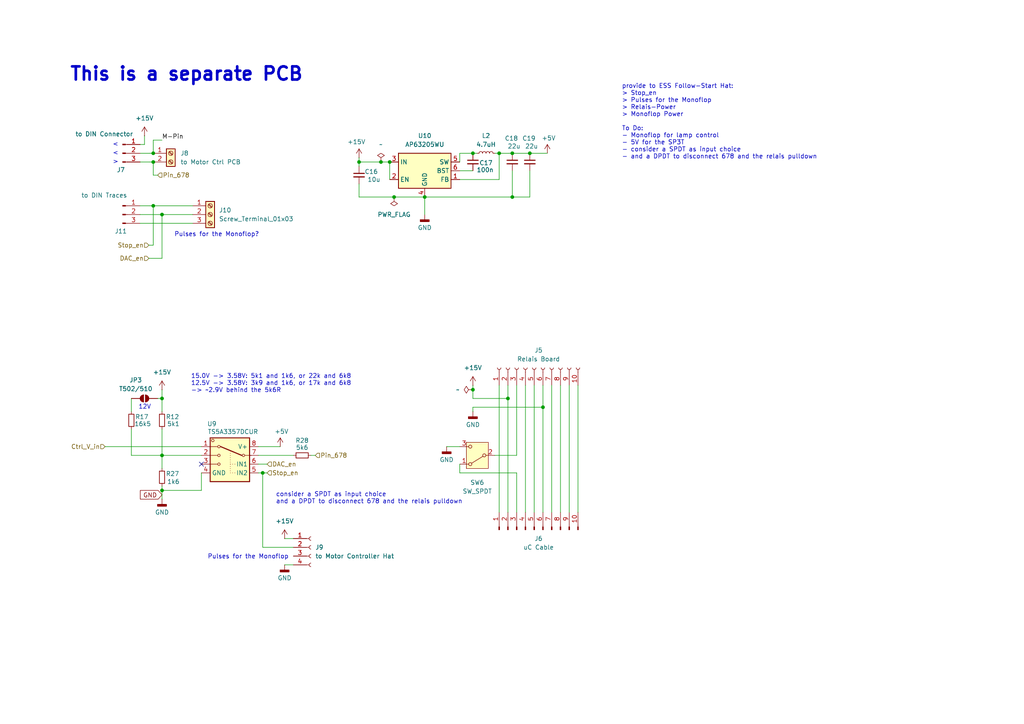
<source format=kicad_sch>
(kicad_sch (version 20231120) (generator "eeschema") (generator_version "8.0")
  (paper "A4")
  (lib_symbols
    (symbol "Connector:Conn_01x03_Pin" (pin_names (offset 1.016) hide)
      (property "Reference" "J" (at 0 5.08 0))
      (property "Value" "Conn_01x03_Pin" (at 0 -5.08 0))
      (symbol "Conn_01x03_Pin_1_1"
        (polyline (pts (xy 1.27 -2.54) (xy 0.8636 -2.54)) (stroke (width 0.1524)))
        (polyline (pts (xy 1.27 0) (xy 0.8636 0)) (stroke (width 0.1524)))
        (polyline (pts (xy 1.27 2.54) (xy 0.8636 2.54)) (stroke (width 0.1524)))
        (rectangle (start 0.8636 -2.413) (end 0 -2.667) (stroke (width 0.1524)) (fill (type outline)))
        (rectangle (start 0.8636 0.127) (end 0 -0.127) (stroke (width 0.1524)) (fill (type outline)))
        (rectangle (start 0.8636 2.667) (end 0 2.413) (stroke (width 0.1524)) (fill (type outline)))
        (pin passive line (at 5.08 2.54 180) (length 3.81) (name "Pin_1") (number "1"))
        (pin passive line (at 5.08 0 180) (length 3.81) (name "Pin_2") (number "2"))
        (pin passive line (at 5.08 -2.54 180) (length 3.81) (name "Pin_3") (number "3"))
      )
    )
    (symbol "Connector:Conn_01x04_Socket" (pin_names (offset 1.016) hide)
      (property "Reference" "J" (at 0 5.08 0))
      (property "Value" "Conn_01x04_Socket" (at 0 -7.62 0))
      (symbol "Conn_01x04_Socket_1_1"
        (arc (start 0 -4.572) (mid -0.5058 -5.08) (end 0 -5.588) (stroke (width 0.1524)))
        (arc (start 0 -2.032) (mid -0.5058 -2.54) (end 0 -3.048) (stroke (width 0.1524)))
        (polyline (pts (xy -1.27 -5.08) (xy -0.508 -5.08)) (stroke (width 0.1524)))
        (polyline (pts (xy -1.27 -2.54) (xy -0.508 -2.54)) (stroke (width 0.1524)))
        (polyline (pts (xy -1.27 0) (xy -0.508 0)) (stroke (width 0.1524)))
        (polyline (pts (xy -1.27 2.54) (xy -0.508 2.54)) (stroke (width 0.1524)))
        (arc (start 0 0.508) (mid -0.5058 0) (end 0 -0.508) (stroke (width 0.1524)))
        (arc (start 0 3.048) (mid -0.5058 2.54) (end 0 2.032) (stroke (width 0.1524)))
        (pin passive line (at -5.08 2.54 0) (length 3.81) (name "Pin_1") (number "1"))
        (pin passive line (at -5.08 0 0) (length 3.81) (name "Pin_2") (number "2"))
        (pin passive line (at -5.08 -2.54 0) (length 3.81) (name "Pin_3") (number "3"))
        (pin passive line (at -5.08 -5.08 0) (length 3.81) (name "Pin_4") (number "4"))
      )
    )
    (symbol "Connector:Conn_01x10_Pin" (pin_names (offset 1.016) hide)
      (property "Reference" "J" (at 0 12.7 0))
      (property "Value" "Conn_01x10_Pin" (at 0 -15.24 0))
      (symbol "Conn_01x10_Pin_1_1"
        (polyline (pts (xy 1.27 -12.7) (xy 0.8636 -12.7)) (stroke (width 0.1524)))
        (polyline (pts (xy 1.27 -10.16) (xy 0.8636 -10.16)) (stroke (width 0.1524)))
        (polyline (pts (xy 1.27 -7.62) (xy 0.8636 -7.62)) (stroke (width 0.1524)))
        (polyline (pts (xy 1.27 -5.08) (xy 0.8636 -5.08)) (stroke (width 0.1524)))
        (polyline (pts (xy 1.27 -2.54) (xy 0.8636 -2.54)) (stroke (width 0.1524)))
        (polyline (pts (xy 1.27 0) (xy 0.8636 0)) (stroke (width 0.1524)))
        (polyline (pts (xy 1.27 2.54) (xy 0.8636 2.54)) (stroke (width 0.1524)))
        (polyline (pts (xy 1.27 5.08) (xy 0.8636 5.08)) (stroke (width 0.1524)))
        (polyline (pts (xy 1.27 7.62) (xy 0.8636 7.62)) (stroke (width 0.1524)))
        (polyline (pts (xy 1.27 10.16) (xy 0.8636 10.16)) (stroke (width 0.1524)))
        (rectangle (start 0.8636 -12.573) (end 0 -12.827) (stroke (width 0.1524)) (fill (type outline)))
        (rectangle (start 0.8636 -10.033) (end 0 -10.287) (stroke (width 0.1524)) (fill (type outline)))
        (rectangle (start 0.8636 -7.493) (end 0 -7.747) (stroke (width 0.1524)) (fill (type outline)))
        (rectangle (start 0.8636 -4.953) (end 0 -5.207) (stroke (width 0.1524)) (fill (type outline)))
        (rectangle (start 0.8636 -2.413) (end 0 -2.667) (stroke (width 0.1524)) (fill (type outline)))
        (rectangle (start 0.8636 0.127) (end 0 -0.127) (stroke (width 0.1524)) (fill (type outline)))
        (rectangle (start 0.8636 2.667) (end 0 2.413) (stroke (width 0.1524)) (fill (type outline)))
        (rectangle (start 0.8636 5.207) (end 0 4.953) (stroke (width 0.1524)) (fill (type outline)))
        (rectangle (start 0.8636 7.747) (end 0 7.493) (stroke (width 0.1524)) (fill (type outline)))
        (rectangle (start 0.8636 10.287) (end 0 10.033) (stroke (width 0.1524)) (fill (type outline)))
        (pin passive line (at 5.08 10.16 180) (length 3.81) (name "Pin_1") (number "1"))
        (pin passive line (at 5.08 -12.7 180) (length 3.81) (name "Pin_10") (number "10"))
        (pin passive line (at 5.08 7.62 180) (length 3.81) (name "Pin_2") (number "2"))
        (pin passive line (at 5.08 5.08 180) (length 3.81) (name "Pin_3") (number "3"))
        (pin passive line (at 5.08 2.54 180) (length 3.81) (name "Pin_4") (number "4"))
        (pin passive line (at 5.08 0 180) (length 3.81) (name "Pin_5") (number "5"))
        (pin passive line (at 5.08 -2.54 180) (length 3.81) (name "Pin_6") (number "6"))
        (pin passive line (at 5.08 -5.08 180) (length 3.81) (name "Pin_7") (number "7"))
        (pin passive line (at 5.08 -7.62 180) (length 3.81) (name "Pin_8") (number "8"))
        (pin passive line (at 5.08 -10.16 180) (length 3.81) (name "Pin_9") (number "9"))
      )
    )
    (symbol "Connector:Conn_01x10_Socket" (pin_names (offset 1.016) hide)
      (property "Reference" "J" (at 0 12.7 0))
      (property "Value" "Conn_01x10_Socket" (at 0 -15.24 0))
      (symbol "Conn_01x10_Socket_1_1"
        (arc (start 0 -12.192) (mid -0.5058 -12.7) (end 0 -13.208) (stroke (width 0.1524)))
        (arc (start 0 -9.652) (mid -0.5058 -10.16) (end 0 -10.668) (stroke (width 0.1524)))
        (arc (start 0 -7.112) (mid -0.5058 -7.62) (end 0 -8.128) (stroke (width 0.1524)))
        (arc (start 0 -4.572) (mid -0.5058 -5.08) (end 0 -5.588) (stroke (width 0.1524)))
        (arc (start 0 -2.032) (mid -0.5058 -2.54) (end 0 -3.048) (stroke (width 0.1524)))
        (polyline (pts (xy -1.27 -12.7) (xy -0.508 -12.7)) (stroke (width 0.1524)))
        (polyline (pts (xy -1.27 -10.16) (xy -0.508 -10.16)) (stroke (width 0.1524)))
        (polyline (pts (xy -1.27 -7.62) (xy -0.508 -7.62)) (stroke (width 0.1524)))
        (polyline (pts (xy -1.27 -5.08) (xy -0.508 -5.08)) (stroke (width 0.1524)))
        (polyline (pts (xy -1.27 -2.54) (xy -0.508 -2.54)) (stroke (width 0.1524)))
        (polyline (pts (xy -1.27 0) (xy -0.508 0)) (stroke (width 0.1524)))
        (polyline (pts (xy -1.27 2.54) (xy -0.508 2.54)) (stroke (width 0.1524)))
        (polyline (pts (xy -1.27 5.08) (xy -0.508 5.08)) (stroke (width 0.1524)))
        (polyline (pts (xy -1.27 7.62) (xy -0.508 7.62)) (stroke (width 0.1524)))
        (polyline (pts (xy -1.27 10.16) (xy -0.508 10.16)) (stroke (width 0.1524)))
        (arc (start 0 0.508) (mid -0.5058 0) (end 0 -0.508) (stroke (width 0.1524)))
        (arc (start 0 3.048) (mid -0.5058 2.54) (end 0 2.032) (stroke (width 0.1524)))
        (arc (start 0 5.588) (mid -0.5058 5.08) (end 0 4.572) (stroke (width 0.1524)))
        (arc (start 0 8.128) (mid -0.5058 7.62) (end 0 7.112) (stroke (width 0.1524)))
        (arc (start 0 10.668) (mid -0.5058 10.16) (end 0 9.652) (stroke (width 0.1524)))
        (pin passive line (at -5.08 10.16 0) (length 3.81) (name "Pin_1") (number "1"))
        (pin passive line (at -5.08 -12.7 0) (length 3.81) (name "Pin_10") (number "10"))
        (pin passive line (at -5.08 7.62 0) (length 3.81) (name "Pin_2") (number "2"))
        (pin passive line (at -5.08 5.08 0) (length 3.81) (name "Pin_3") (number "3"))
        (pin passive line (at -5.08 2.54 0) (length 3.81) (name "Pin_4") (number "4"))
        (pin passive line (at -5.08 0 0) (length 3.81) (name "Pin_5") (number "5"))
        (pin passive line (at -5.08 -2.54 0) (length 3.81) (name "Pin_6") (number "6"))
        (pin passive line (at -5.08 -5.08 0) (length 3.81) (name "Pin_7") (number "7"))
        (pin passive line (at -5.08 -7.62 0) (length 3.81) (name "Pin_8") (number "8"))
        (pin passive line (at -5.08 -10.16 0) (length 3.81) (name "Pin_9") (number "9"))
      )
    )
    (symbol "Connector:Screw_Terminal_01x02" (pin_names (offset 1.016) hide)
      (property "Reference" "J" (at 0 2.54 0))
      (property "Value" "Screw_Terminal_01x02" (at 0 -5.08 0))
      (symbol "Screw_Terminal_01x02_1_1"
        (rectangle (start -1.27 1.27) (end 1.27 -3.81) (stroke (width 0.254)) (fill (type background)))
        (circle (center 0 -2.54) (radius 0.635) (stroke (width 0.1524)))
        (polyline (pts (xy -0.5334 -2.2098) (xy 0.3302 -3.048)) (stroke (width 0.1524)))
        (polyline (pts (xy -0.5334 0.3302) (xy 0.3302 -0.508)) (stroke (width 0.1524)))
        (polyline (pts (xy -0.3556 -2.032) (xy 0.508 -2.8702)) (stroke (width 0.1524)))
        (polyline (pts (xy -0.3556 0.508) (xy 0.508 -0.3302)) (stroke (width 0.1524)))
        (circle (center 0 0) (radius 0.635) (stroke (width 0.1524)))
        (pin passive line (at -5.08 0 0) (length 3.81) (name "Pin_1") (number "1"))
        (pin passive line (at -5.08 -2.54 0) (length 3.81) (name "Pin_2") (number "2"))
      )
    )
    (symbol "Connector:Screw_Terminal_01x03" (pin_names (offset 1.016) hide)
      (property "Reference" "J" (at 0 5.08 0))
      (property "Value" "Screw_Terminal_01x03" (at 0 -5.08 0))
      (symbol "Screw_Terminal_01x03_1_1"
        (rectangle (start -1.27 3.81) (end 1.27 -3.81) (stroke (width 0.254)) (fill (type background)))
        (circle (center 0 -2.54) (radius 0.635) (stroke (width 0.1524)))
        (polyline (pts (xy -0.5334 -2.2098) (xy 0.3302 -3.048)) (stroke (width 0.1524)))
        (polyline (pts (xy -0.5334 0.3302) (xy 0.3302 -0.508)) (stroke (width 0.1524)))
        (polyline (pts (xy -0.5334 2.8702) (xy 0.3302 2.032)) (stroke (width 0.1524)))
        (polyline (pts (xy -0.3556 -2.032) (xy 0.508 -2.8702)) (stroke (width 0.1524)))
        (polyline (pts (xy -0.3556 0.508) (xy 0.508 -0.3302)) (stroke (width 0.1524)))
        (polyline (pts (xy -0.3556 3.048) (xy 0.508 2.2098)) (stroke (width 0.1524)))
        (circle (center 0 0) (radius 0.635) (stroke (width 0.1524)))
        (circle (center 0 2.54) (radius 0.635) (stroke (width 0.1524)))
        (pin passive line (at -5.08 2.54 0) (length 3.81) (name "Pin_1") (number "1"))
        (pin passive line (at -5.08 0 0) (length 3.81) (name "Pin_2") (number "2"))
        (pin passive line (at -5.08 -2.54 0) (length 3.81) (name "Pin_3") (number "3"))
      )
    )
    (symbol "Device:C_Small" (pin_numbers hide) (pin_names (offset 0.254) hide)
      (property "Reference" "C" (at 0.254 1.778 0))
      (property "Value" "C_Small" (at 0.254 -2.032 0))
      (symbol "C_Small_0_1"
        (polyline (pts (xy -1.524 -0.508) (xy 1.524 -0.508)) (stroke (width 0.3302)))
        (polyline (pts (xy -1.524 0.508) (xy 1.524 0.508)) (stroke (width 0.3048)))
      )
      (symbol "C_Small_1_1"
        (pin passive line (at 0 2.54 270) (length 2.032) (name "~") (number "1"))
        (pin passive line (at 0 -2.54 90) (length 2.032) (name "~") (number "2"))
      )
    )
    (symbol "Device:L_Small" (pin_numbers hide) (pin_names (offset 0.254) hide)
      (property "Reference" "L" (at 0.762 1.016 0))
      (property "Value" "L_Small" (at 0.762 -1.016 0))
      (symbol "L_Small_0_1"
        (arc (start 0 -2.032) (mid 0.5058 -1.524) (end 0 -1.016))
        (arc (start 0 -1.016) (mid 0.5058 -0.508) (end 0 0))
        (arc (start 0 0) (mid 0.5058 0.508) (end 0 1.016))
        (arc (start 0 1.016) (mid 0.5058 1.524) (end 0 2.032))
      )
      (symbol "L_Small_1_1"
        (pin passive line (at 0 2.54 270) (length 0.508) (name "~") (number "1"))
        (pin passive line (at 0 -2.54 90) (length 0.508) (name "~") (number "2"))
      )
    )
    (symbol "Device:R_Small" (pin_numbers hide) (pin_names (offset 0.254) hide)
      (property "Reference" "R" (at 0.762 0.508 0))
      (property "Value" "R_Small" (at 0.762 -1.016 0))
      (symbol "R_Small_0_1"
        (rectangle (start -0.762 1.778) (end 0.762 -1.778) (stroke (width 0.2032)))
      )
      (symbol "R_Small_1_1"
        (pin passive line (at 0 2.54 270) (length 0.762) (name "~") (number "1"))
        (pin passive line (at 0 -2.54 90) (length 0.762) (name "~") (number "2"))
      )
    )
    (symbol "Jumper:SolderJumper_2_Open" (pin_numbers hide) (pin_names (offset 0) hide) (exclude_from_sim yes) (in_bom no)
      (property "Reference" "JP" (at 0 2.032 0))
      (property "Value" "SolderJumper_2_Open" (at 0 -2.54 0))
      (symbol "SolderJumper_2_Open_0_1"
        (arc (start -0.254 1.016) (mid -1.2656 0) (end -0.254 -1.016))
        (arc (start -0.254 1.016) (mid -1.2656 0) (end -0.254 -1.016) (fill (type outline)))
        (polyline (pts (xy -0.254 1.016) (xy -0.254 -1.016)))
        (polyline (pts (xy 0.254 1.016) (xy 0.254 -1.016)))
        (arc (start 0.254 -1.016) (mid 1.2656 0) (end 0.254 1.016))
        (arc (start 0.254 -1.016) (mid 1.2656 0) (end 0.254 1.016) (fill (type outline)))
      )
      (symbol "SolderJumper_2_Open_1_1"
        (pin passive line (at -3.81 0 0) (length 2.54) (name "A") (number "1"))
        (pin passive line (at 3.81 0 180) (length 2.54) (name "B") (number "2"))
      )
    )
    (symbol "Regulator_Switching:AP63205WU"
      (property "Reference" "U" (at -7.62 6.35 0))
      (property "Value" "AP63205WU" (at 2.54 6.35 0))
      (symbol "AP63205WU_0_1"
        (rectangle (start -7.62 5.08) (end 7.62 -5.08) (stroke (width 0.254)) (fill (type background)))
      )
      (symbol "AP63205WU_1_1"
        (pin input line (at 10.16 -2.54 180) (length 2.54) (name "FB") (number "1"))
        (pin input line (at -10.16 -2.54 0) (length 2.54) (name "EN") (number "2"))
        (pin power_in line (at -10.16 2.54 0) (length 2.54) (name "IN") (number "3"))
        (pin power_in line (at 0 -7.62 90) (length 2.54) (name "GND") (number "4"))
        (pin output line (at 10.16 2.54 180) (length 2.54) (name "SW") (number "5"))
        (pin passive line (at 10.16 0 180) (length 2.54) (name "BST") (number "6"))
      )
    )
    (symbol "Switch:SW_SPDT" (pin_names (offset 0) hide)
      (property "Reference" "SW" (at 0 5.08 0))
      (property "Value" "SW_SPDT" (at 0 -5.08 0))
      (symbol "SW_SPDT_0_1"
        (circle (center -2.032 0) (radius 0.4572))
        (polyline (pts (xy -1.651 0.254) (xy 1.651 2.286)))
        (circle (center 2.032 -2.54) (radius 0.4572))
        (circle (center 2.032 2.54) (radius 0.4572))
      )
      (symbol "SW_SPDT_1_1"
        (rectangle (start -3.175 3.81) (end 3.175 -3.81) (fill (type background)))
        (pin passive line (at 5.08 2.54 180) (length 2.54) (name "A") (number "1"))
        (pin passive line (at -5.08 0 0) (length 2.54) (name "B") (number "2"))
        (pin passive line (at 5.08 -2.54 180) (length 2.54) (name "C") (number "3"))
      )
    )
    (symbol "easyEDA:TS5A3357DCUR_nicer"
      (property "Reference" "U" (at -2.54 7.62 0))
      (property "Value" "TS5A3357DCUR" (at 0 -8.89 0))
      (symbol "TS5A3357DCUR_nicer_0_1"
        (circle (center -6.858 5.588) (radius 0.38))
        (pin unspecified line (at -10.16 -3.81 0) (length 2.54) (name "GND") (number "4"))
        (pin unspecified line (at 6.35 -3.81 180) (length 2.54) (name "IN2") (number "5"))
        (pin unspecified line (at 6.35 -1.27 180) (length 2.54) (name "IN1") (number "6"))
        (pin unspecified line (at 6.35 3.81 180) (length 2.54) (name "V+") (number "8"))
      )
      (symbol "TS5A3357DCUR_nicer_1_1"
        (rectangle (start -7.62 6.35) (end 3.81 -6.35) (stroke (width 0.3)) (fill (type background)))
        (circle (center -5.08 -1.27) (radius 0.3592))
        (circle (center -5.08 1.27) (radius 0.3592))
        (circle (center -5.08 3.81) (radius 0.3592))
        (polyline (pts (xy -7.62 -1.27) (xy -5.588 -1.27)))
        (polyline (pts (xy -7.62 1.27) (xy -5.588 1.27)))
        (polyline (pts (xy -7.62 3.81) (xy -5.588 3.81)))
        (polyline (pts (xy 1.524 1.27) (xy -4.572 3.81)) (stroke (width 0.3)))
        (polyline (pts (xy 4.318 1.27) (xy 2.54 1.27)))
        (polyline (pts (xy -1.778 -1.27) (xy -1.778 -3.81) (xy -0.254 -3.81)) (stroke (width 0) (type dot)))
        (polyline (pts (xy -1.778 2.54) (xy -1.778 -1.27) (xy -0.254 -1.27)) (stroke (width 0) (type dot)))
        (circle (center 2.032 1.27) (radius 0.3592))
        (pin unspecified line (at -10.16 3.81 0) (length 2.54) (name "") (number "1"))
        (pin unspecified line (at -10.16 1.27 0) (length 2.54) (name "") (number "2"))
        (pin unspecified line (at -10.16 -1.27 0) (length 2.54) (name "") (number "3"))
        (pin unspecified line (at 6.35 1.27 180) (length 2.54) (name "") (number "7"))
      )
    )
    (symbol "power:+15V" (power) (pin_numbers hide) (pin_names (offset 0) hide)
      (property "Value" "+15V" (at 0 3.556 0))
      (symbol "+15V_0_1"
        (polyline (pts (xy -0.762 1.27) (xy 0 2.54)))
        (polyline (pts (xy 0 0) (xy 0 2.54)))
        (polyline (pts (xy 0 2.54) (xy 0.762 1.27)))
      )
      (symbol "+15V_1_1"
        (pin power_in line (at 0 0 90) (length 0) (name "~") (number "1"))
      )
    )
    (symbol "power:+5V" (power) (pin_numbers hide) (pin_names (offset 0) hide)
      (property "Value" "+5V" (at 0 3.556 0))
      (symbol "+5V_0_1"
        (polyline (pts (xy -0.762 1.27) (xy 0 2.54)))
        (polyline (pts (xy 0 0) (xy 0 2.54)))
        (polyline (pts (xy 0 2.54) (xy 0.762 1.27)))
      )
      (symbol "+5V_1_1"
        (pin power_in line (at 0 0 90) (length 0) (name "~") (number "1"))
      )
    )
    (symbol "power:GNDD" (power) (pin_numbers hide) (pin_names (offset 0) hide)
      (property "Value" "GNDD" (at 0 -3.175 0))
      (symbol "GNDD_0_1"
        (rectangle (start -1.27 -1.524) (end 1.27 -2.032) (stroke (width 0.254)) (fill (type outline)))
        (polyline (pts (xy 0 0) (xy 0 -1.524)))
      )
      (symbol "GNDD_1_1"
        (pin power_in line (at 0 0 270) (length 0) (name "~") (number "1"))
      )
    )
    (symbol "power:PWR_FLAG" (power) (pin_numbers hide) (pin_names (offset 0) hide)
      (property "Value" "PWR_FLAG" (at 0 3.81 0))
      (symbol "PWR_FLAG_0_0"
        (pin power_out line (at 0 0 90) (length 0) (name "~") (number "1"))
      )
      (symbol "PWR_FLAG_0_1"
        (polyline (pts (xy 0 0) (xy 0 1.27) (xy -1.016 1.905) (xy 0 2.54) (xy 1.016 1.905) (xy 0 1.27)))
      )
    )
  )
  (junction (at 76.2 137.16))
  (junction (at 46.99 132.08))
  (junction (at 110.49 46.99))
  (junction (at 44.45 46.99))
  (junction (at 144.78 44.45))
  (junction (at 46.99 62.23))
  (junction (at 137.16 44.45))
  (junction (at 46.99 142.24))
  (junction (at 113.03 46.99))
  (junction (at 137.16 113.03))
  (junction (at 148.59 44.45))
  (junction (at 44.45 59.69))
  (junction (at 44.45 44.45))
  (junction (at 148.59 57.15))
  (junction (at 153.67 44.45))
  (junction (at 46.99 115.57))
  (junction (at 157.48 118.11))
  (junction (at 123.19 57.15))
  (junction (at 147.32 115.57))
  (junction (at 114.3 57.15))
  (junction (at 104.14 46.99))
  (no_connect (at 58.42 134.62))
  (wire (pts (xy 58.42 137.16) (xy 58.42 142.24)))
  (wire (pts (xy 43.18 74.93) (xy 46.99 74.93)))
  (wire (pts (xy 46.99 62.23) (xy 55.88 62.23)))
  (wire (pts (xy 82.55 163.83) (xy 85.09 163.83)))
  (wire (pts (xy 157.48 118.11) (xy 157.48 148.59)))
  (wire (pts (xy 45.72 115.57) (xy 46.99 115.57)))
  (wire (pts (xy 143.51 44.45) (xy 144.78 44.45)))
  (wire (pts (xy 149.86 111.76) (xy 149.86 132.08)))
  (wire (pts (xy 38.1 132.08) (xy 46.99 132.08)))
  (wire (pts (xy 44.45 71.12) (xy 44.45 59.69)))
  (wire (pts (xy 137.16 44.45) (xy 138.43 44.45)))
  (wire (pts (xy 137.16 118.11) (xy 157.48 118.11)))
  (wire (pts (xy 40.64 59.69) (xy 44.45 59.69)))
  (wire (pts (xy 38.1 115.57) (xy 38.1 119.38)))
  (wire (pts (xy 46.99 124.46) (xy 46.99 132.08)))
  (wire (pts (xy 46.99 144.78) (xy 46.99 142.24)))
  (wire (pts (xy 123.19 57.15) (xy 123.19 62.23)))
  (wire (pts (xy 44.45 59.69) (xy 55.88 59.69)))
  (wire (pts (xy 40.64 41.91) (xy 41.91 41.91)))
  (wire (pts (xy 74.93 132.08) (xy 85.09 132.08)))
  (wire (pts (xy 162.56 111.76) (xy 162.56 148.59)))
  (wire (pts (xy 46.99 142.24) (xy 58.42 142.24)))
  (wire (pts (xy 77.47 134.62) (xy 74.93 134.62)))
  (wire (pts (xy 43.18 71.12) (xy 44.45 71.12)))
  (wire (pts (xy 38.1 124.46) (xy 38.1 132.08)))
  (wire (pts (xy 153.67 44.45) (xy 158.75 44.45)))
  (wire (pts (xy 46.99 132.08) (xy 46.99 135.89)))
  (wire (pts (xy 104.14 57.15) (xy 114.3 57.15)))
  (wire (pts (xy 133.35 134.62) (xy 133.35 137.16)))
  (wire (pts (xy 85.09 158.75) (xy 76.2 158.75)))
  (wire (pts (xy 40.64 44.45) (xy 44.45 44.45)))
  (wire (pts (xy 152.4 111.76) (xy 152.4 148.59)))
  (wire (pts (xy 40.64 62.23) (xy 46.99 62.23)))
  (wire (pts (xy 113.03 46.99) (xy 113.03 52.07)))
  (wire (pts (xy 76.2 137.16) (xy 74.93 137.16)))
  (wire (pts (xy 137.16 115.57) (xy 147.32 115.57)))
  (wire (pts (xy 148.59 44.45) (xy 153.67 44.45)))
  (wire (pts (xy 46.99 132.08) (xy 58.42 132.08)))
  (wire (pts (xy 104.14 46.99) (xy 104.14 48.26)))
  (wire (pts (xy 44.45 50.8) (xy 44.45 46.99)))
  (wire (pts (xy 137.16 111.76) (xy 137.16 113.03)))
  (wire (pts (xy 40.64 46.99) (xy 44.45 46.99)))
  (wire (pts (xy 133.35 49.53) (xy 137.16 49.53)))
  (wire (pts (xy 46.99 119.38) (xy 46.99 115.57)))
  (wire (pts (xy 41.91 41.91) (xy 41.91 39.37)))
  (wire (pts (xy 114.3 57.15) (xy 123.19 57.15)))
  (wire (pts (xy 46.99 113.03) (xy 46.99 115.57)))
  (wire (pts (xy 76.2 158.75) (xy 76.2 137.16)))
  (wire (pts (xy 104.14 53.34) (xy 104.14 57.15)))
  (wire (pts (xy 46.99 74.93) (xy 46.99 62.23)))
  (wire (pts (xy 133.35 46.99) (xy 133.35 44.45)))
  (wire (pts (xy 30.48 129.54) (xy 58.42 129.54)))
  (wire (pts (xy 144.78 52.07) (xy 133.35 52.07)))
  (wire (pts (xy 82.55 156.21) (xy 85.09 156.21)))
  (wire (pts (xy 153.67 57.15) (xy 153.67 49.53)))
  (wire (pts (xy 110.49 46.99) (xy 113.03 46.99)))
  (wire (pts (xy 104.14 46.99) (xy 110.49 46.99)))
  (wire (pts (xy 40.64 64.77) (xy 55.88 64.77)))
  (wire (pts (xy 90.17 132.08) (xy 91.44 132.08)))
  (wire (pts (xy 149.86 132.08) (xy 143.51 132.08)))
  (wire (pts (xy 133.35 44.45) (xy 137.16 44.45)))
  (wire (pts (xy 74.93 129.54) (xy 81.28 129.54)))
  (wire (pts (xy 148.59 57.15) (xy 153.67 57.15)))
  (wire (pts (xy 77.47 137.16) (xy 76.2 137.16)))
  (wire (pts (xy 154.94 111.76) (xy 154.94 148.59)))
  (wire (pts (xy 104.14 45.72) (xy 104.14 46.99)))
  (wire (pts (xy 149.86 137.16) (xy 149.86 148.59)))
  (wire (pts (xy 167.64 111.76) (xy 167.64 148.59)))
  (wire (pts (xy 147.32 115.57) (xy 147.32 148.59)))
  (wire (pts (xy 137.16 118.11) (xy 137.16 119.38)))
  (wire (pts (xy 137.16 113.03) (xy 137.16 115.57)))
  (wire (pts (xy 147.32 115.57) (xy 147.32 111.76)))
  (wire (pts (xy 160.02 111.76) (xy 160.02 148.59)))
  (wire (pts (xy 123.19 57.15) (xy 148.59 57.15)))
  (wire (pts (xy 129.54 129.54) (xy 133.35 129.54)))
  (wire (pts (xy 46.99 40.64) (xy 44.45 40.64)))
  (wire (pts (xy 45.72 50.8) (xy 44.45 50.8)))
  (wire (pts (xy 165.1 111.76) (xy 165.1 148.59)))
  (wire (pts (xy 148.59 57.15) (xy 148.59 49.53)))
  (wire (pts (xy 46.99 140.97) (xy 46.99 142.24)))
  (wire (pts (xy 157.48 118.11) (xy 157.48 111.76)))
  (wire (pts (xy 144.78 111.76) (xy 144.78 148.59)))
  (wire (pts (xy 44.45 40.64) (xy 44.45 44.45)))
  (wire (pts (xy 144.78 44.45) (xy 144.78 52.07)))
  (wire (pts (xy 144.78 44.45) (xy 148.59 44.45)))
  (wire (pts (xy 133.35 137.16) (xy 149.86 137.16)))
  (text "Pulses for the Monoflop?" (at 50.546 68.072 0) (effects (font (size 1.27 1.27) (thickness 0.1588)) (justify left)))
  (text "<" (at 33.528 41.91 0) (effects (font (size 1.27 1.27))))
  (text "provide to ESS Follow-Start Hat:\n> Stop_en\n> Pulses for the Monoflop\n> Relais-Power\n> Monoflop Power\n\nTo Do: \n- Monoflop for lamp control\n- 5V for the SP3T\n- consider a SPDT as input choice \n- and a DPDT to disconnect 678 and the relais pulldown" (at 180.34 35.306 0) (effects (font (size 1.27 1.27) (thickness 0.1588)) (justify left)))
  (text "consider a SPDT as input choice\nand a DPDT to disconnect 678 and the relais pulldown" (at 80.01 144.526 0) (effects (font (size 1.27 1.27)) (justify left)))
  (text "Pulses for the Monoflop" (at 60.198 161.544 0) (effects (font (size 1.27 1.27) (thickness 0.1588)) (justify left)))
  (text "<" (at 33.528 44.45 0) (effects (font (size 1.27 1.27))))
  (text ">" (at 33.528 46.99 0) (effects (font (size 1.27 1.27))))
  (text "15.0V -> 3.58V: 5k1 and 1k6, or 22k and 6k8\n12.5V -> 3.58V: 3k9 and 1k6, or 17k and 6k8\n-> ~2.9V behind the 5k6R" (at 55.372 111.252 0) (effects (font (size 1.27 1.27)) (justify left)))
  (text "This is a separate PCB" (at 54.102 21.59 0) (effects (font (size 3.81 3.81) (thickness 0.762) (bold yes))))
  (text "12V" (at 40.132 118.11 0) (effects (font (size 1.27 1.27)) (justify left)))
  (label "M-Pin" (at 46.99 40.64 0))
  (global_label "GND" (shape input) (at 46.99 143.51 180) (property "Intersheetrefs" "${INTERSHEET_REFS}" (effects (hide yes))))
  (hierarchical_label "DAC_en" (shape input) (at 43.18 74.93 180))
  (hierarchical_label "Stop_en" (shape input) (at 77.47 137.16 0))
  (hierarchical_label "DAC_en" (shape input) (at 77.47 134.62 0))
  (hierarchical_label "Ctrl_V_in" (shape input) (at 30.48 129.54 180))
  (hierarchical_label "Pin_678" (shape input) (at 91.44 132.08 0))
  (hierarchical_label "Stop_en" (shape input) (at 43.18 71.12 180))
  (hierarchical_label "Pin_678" (shape input) (at 45.72 50.8 0))
  (symbol (lib_id "power:GNDD") (at 123.19 62.23 0) (unit 1)
    (property "Reference" "#PWR055" (effects (hide yes)))
    (property "Value" "GND" (at 123.19 66.04 0))
    (property "Description" "Power symbol creates a global label with name \"GNDD\" , digital ground" (effects (hide yes)))
  )
  (symbol (lib_id "Device:R_Small") (at 38.1 121.92 180) (unit 1)
    (property "Reference" "R17" (at 41.148 120.904 0))
    (property "Value" "16k5" (at 41.402 122.936 0))
    (property "Footprint" "Resistor_SMD:R_0603_1608Metric" (effects (hide yes)))
  )
  (symbol (lib_id "power:PWR_FLAG") (at 110.49 46.99 0) (unit 1)
    (property "Reference" "#FLG07" (effects (hide yes)))
    (property "Value" "~" (at 110.49 41.91 0))
    (property "Description" "Special symbol for telling ERC where power comes from" (effects (hide yes)))
  )
  (symbol (lib_id "Connector:Conn_01x03_Pin") (at 35.56 44.45 0) (unit 1)
    (property "Reference" "J7" (at 35.052 49.276 0))
    (property "Value" "to DIN Connector" (at 30.226 38.862 0))
    (property "Description" "Generic connector, single row, 01x03, script generated" (effects (hide yes)))
  )
  (symbol (lib_id "Connector:Conn_01x03_Pin") (at 35.56 62.23 0) (unit 1)
    (property "Reference" "J11" (at 35.052 67.056 0))
    (property "Value" "to DIN Traces" (at 30.226 56.642 0))
    (property "Description" "Generic connector, single row, 01x03, script generated" (effects (hide yes)))
  )
  (symbol (lib_id "Device:C_Small") (at 148.59 46.99 0) (unit 1)
    (property "Reference" "C18" (at 148.336 40.132 0))
    (property "Value" "22u" (at 149.098 42.418 0))
    (property "Footprint" "Capacitor_SMD:C_0603_1608Metric" (effects (hide yes)))
  )
  (symbol (lib_id "power:GNDD") (at 137.16 119.38 0) (unit 1)
    (property "Reference" "#PWR049" (effects (hide yes)))
    (property "Value" "GND" (at 137.16 123.19 0))
    (property "Description" "Power symbol creates a global label with name \"GNDD\" , digital ground" (effects (hide yes)))
  )
  (symbol (lib_id "Connector:Screw_Terminal_01x03") (at 60.96 62.23 0) (unit 1)
    (property "Reference" "J10" (at 63.5 60.9599 0) (effects (justify left)))
    (property "Value" "Screw_Terminal_01x03" (at 63.5 63.4999 0) (effects (justify left)))
    (property "Description" "Generic screw terminal, single row, 01x03, script generated (kicad-library-utils/schlib/autogen/connector/)" (effects (hide yes)))
  )
  (symbol (lib_id "Connector:Conn_01x10_Socket") (at 154.94 106.68 90) (unit 1)
    (property "Reference" "J5" (at 156.21 101.6 90))
    (property "Value" "Relais Board" (at 156.21 104.14 90))
    (property "Description" "Generic connector, single row, 01x10, script generated" (effects (hide yes)))
  )
  (symbol (lib_id "power:PWR_FLAG") (at 114.3 57.15 180) (unit 1)
    (property "Reference" "#FLG08" (effects (hide yes)))
    (property "Value" "PWR_FLAG" (at 114.3 62.23 0))
    (property "Description" "Special symbol for telling ERC where power comes from" (effects (hide yes)))
  )
  (symbol (lib_id "power:GNDD") (at 46.99 144.78 0) (unit 1)
    (property "Reference" "#PWR045" (effects (hide yes)))
    (property "Value" "GND" (at 46.99 148.59 0))
    (property "Description" "Power symbol creates a global label with name \"GNDD\" , digital ground" (effects (hide yes)))
  )
  (symbol (lib_id "Device:L_Small") (at 140.97 44.45 90) (unit 1)
    (property "Reference" "L2" (at 140.97 39.37 90))
    (property "Value" "4.7uH" (at 140.97 41.91 90))
    (property "Footprint" "easyEDA:IND-SMD_L3.0-W3.0" (effects (hide yes)))
    (property "Datasheet" "https://www.lcsc.com/datasheet/lcsc_datasheet_2410121924_Murata-Electronics-LQH3NPZ4R7MMEL_C527613.pdf" (effects (hide yes)))
    (property "Description" "Inductor, small symbol" (effects (hide yes)))
    (property "LCSC" "C527613" (effects (hide yes)))
    (property "LCSC Part" "C2929429" (effects (hide yes)))
  )
  (symbol (lib_id "power:+15V") (at 82.55 156.21 0) (unit 1)
    (property "Reference" "#PWR053" (effects (hide yes)))
    (property "Value" "+15V" (at 82.55 151.13 0))
    (property "Description" "Power symbol creates a global label with name \"+15V\"" (effects (hide yes)))
  )
  (symbol (lib_id "Device:R_Small") (at 46.99 138.43 180) (unit 1)
    (property "Reference" "R27" (at 50.038 137.414 0))
    (property "Value" "1k6" (at 50.292 139.7 0))
    (property "Footprint" "Resistor_SMD:R_0603_1608Metric" (effects (hide yes)))
  )
  (symbol (lib_id "Device:C_Small") (at 104.14 50.8 0) (unit 1)
    (property "Reference" "C16" (at 107.696 49.784 0))
    (property "Value" "10u" (at 108.458 52.07 0))
    (property "Footprint" "Capacitor_SMD:C_0603_1608Metric" (effects (hide yes)))
  )
  (symbol (lib_id "Device:C_Small") (at 153.67 46.99 0) (unit 1)
    (property "Reference" "C19" (at 153.416 40.132 0))
    (property "Value" "22u" (at 154.178 42.418 0))
    (property "Footprint" "Capacitor_SMD:C_0603_1608Metric" (effects (hide yes)))
  )
  (symbol (lib_id "easyEDA:TS5A3357DCUR_nicer") (at 68.58 133.35 0) (unit 1)
    (property "Reference" "U9" (at 61.468 122.936 0))
    (property "Value" "TS5A3357DCUR" (at 67.564 125.222 0))
    (property "Footprint" "easyeda2kicad:VSSOP-8_L2.4-W2.1-P0.50-LS3.2-BR" (effects (hide yes)))
    (property "Datasheet" "https://lcsc.com/product-detail/Others_Texas-Instruments_TS5A3357DCUR_Texas-Instruments-TI-TS5A3357DCUR_C78720.html" (effects (hide yes)))
    (property "LCSC Part" "C78720" (effects (hide yes)))
  )
  (symbol (lib_id "Connector:Conn_01x10_Pin") (at 154.94 153.67 90) (unit 1)
    (property "Reference" "J6" (at 156.21 156.21 90))
    (property "Value" "uC Cable" (at 156.21 158.75 90))
    (property "Description" "Generic connector, single row, 01x10, script generated" (effects (hide yes)))
  )
  (symbol (lib_id "power:+15V") (at 46.99 113.03 0) (unit 1)
    (property "Reference" "#PWR044" (effects (hide yes)))
    (property "Value" "+15V" (at 46.99 107.95 0))
    (property "Description" "Power symbol creates a global label with name \"+15V\"" (effects (hide yes)))
  )
  (symbol (lib_id "power:+5V") (at 81.28 129.54 0) (unit 1)
    (property "Reference" "#PWR046" (effects (hide yes)))
    (property "Value" "+5V" (at 81.661 125.1458 0))
    (property "Description" "Power symbol creates a global label with name \"+5V\"" (effects (hide yes)))
  )
  (symbol (lib_id "Jumper:SolderJumper_2_Open") (at 41.91 115.57 0) (unit 1) (exclude_from_sim yes) (in_bom no)
    (property "Reference" "JP3" (at 39.37 110.236 0))
    (property "Value" "T502/510" (at 39.37 112.776 0))
    (property "Description" "Solder Jumper, 2-pole, open" (effects (hide yes)))
  )
  (symbol (lib_id "Device:R_Small") (at 46.99 121.92 180) (unit 1)
    (property "Reference" "R12" (at 50.038 120.904 0))
    (property "Value" "5k1" (at 50.292 122.936 0))
    (property "Footprint" "Resistor_SMD:R_0603_1608Metric" (effects (hide yes)))
  )
  (symbol (lib_id "power:+15V") (at 104.14 45.72 0) (unit 1)
    (property "Reference" "#PWR056" (effects (hide yes)))
    (property "Value" "+15V" (at 103.378 41.148 0))
    (property "Description" "Power symbol creates a global label with name \"+15V\"" (effects (hide yes)))
  )
  (symbol (lib_id "power:+5V") (at 158.75 44.45 0) (unit 1)
    (property "Reference" "#PWR051" (effects (hide yes)))
    (property "Value" "+5V" (at 159.131 40.0558 0))
    (property "Description" "Power symbol creates a global label with name \"+5V\"" (effects (hide yes)))
  )
  (symbol (lib_id "Device:C_Small") (at 137.16 46.99 0) (unit 1)
    (property "Reference" "C17" (at 140.97 47.244 0))
    (property "Value" "100n" (at 140.716 49.276 0))
    (property "Footprint" "Capacitor_SMD:C_0603_1608Metric" (effects (hide yes)))
  )
  (symbol (lib_id "Switch:SW_SPDT") (at 138.43 132.08 180) (unit 1)
    (property "Reference" "SW6" (at 138.43 139.954 0))
    (property "Value" "SW_SPDT" (at 138.43 142.494 0))
    (property "Description" "Switch, single pole double throw" (effects (hide yes)))
  )
  (symbol (lib_id "Device:R_Small") (at 87.63 132.08 90) (unit 1)
    (property "Reference" "R28" (at 87.63 127.762 90))
    (property "Value" "5k6" (at 87.63 129.794 90))
    (property "Footprint" "Resistor_SMD:R_0603_1608Metric" (effects (hide yes)))
  )
  (symbol (lib_id "power:GNDD") (at 82.55 163.83 0) (unit 1)
    (property "Reference" "#PWR054" (effects (hide yes)))
    (property "Value" "GND" (at 82.55 167.64 0))
    (property "Description" "Power symbol creates a global label with name \"GNDD\" , digital ground" (effects (hide yes)))
  )
  (symbol (lib_id "power:+15V") (at 137.16 111.76 0) (unit 1)
    (property "Reference" "#PWR048" (effects (hide yes)))
    (property "Value" "+15V" (at 137.16 106.68 0))
    (property "Description" "Power symbol creates a global label with name \"+15V\"" (effects (hide yes)))
  )
  (symbol (lib_id "power:GNDD") (at 129.54 129.54 0) (unit 1)
    (property "Reference" "#PWR050" (effects (hide yes)))
    (property "Value" "GND" (at 129.54 133.35 0))
    (property "Description" "Power symbol creates a global label with name \"GNDD\" , digital ground" (effects (hide yes)))
  )
  (symbol (lib_id "Connector:Conn_01x04_Socket") (at 90.17 158.75 0) (unit 1)
    (property "Reference" "J9" (at 91.44 158.7499 0) (effects (justify left)))
    (property "Value" "to Motor Controller Hat" (at 91.44 161.2899 0) (effects (justify left)))
    (property "Description" "Generic connector, single row, 01x04, script generated" (effects (hide yes)))
  )
  (symbol (lib_id "power:+15V") (at 41.91 39.37 0) (unit 1)
    (property "Reference" "#PWR052" (effects (hide yes)))
    (property "Value" "+15V" (at 41.91 34.29 0))
    (property "Description" "Power symbol creates a global label with name \"+15V\"" (effects (hide yes)))
  )
  (symbol (lib_id "Connector:Screw_Terminal_01x02") (at 49.53 44.45 0) (unit 1)
    (property "Reference" "J8" (at 52.324 44.45 0) (effects (justify left)))
    (property "Value" "to Motor Ctrl PCB" (at 52.324 46.99 0) (effects (justify left)))
    (property "Description" "Generic screw terminal, single row, 01x02, script generated (kicad-library-utils/schlib/autogen/connector/)" (effects (hide yes)))
  )
  (symbol (lib_id "power:PWR_FLAG") (at 137.16 113.03 90) (unit 1)
    (property "Reference" "#FLG06" (effects (hide yes)))
    (property "Value" "~" (at 133.35 113.03 90) (effects (justify left)))
    (property "Description" "Special symbol for telling ERC where power comes from" (effects (hide yes)))
  )
  (symbol (lib_id "Regulator_Switching:AP63205WU") (at 123.19 49.53 0) (unit 1)
    (property "Reference" "U10" (at 123.19 39.37 0))
    (property "Value" "AP63205WU" (at 123.19 41.91 0))
    (property "Footprint" "Package_TO_SOT_SMD:TSOT-23-6" (effects (hide yes)))
    (property "Datasheet" "https://www.diodes.com/assets/Datasheets/AP63200-AP63201-AP63203-AP63205.pdf" (effects (hide yes)))
    (property "Description" "2A, 1.1MHz Buck DC/DC Converter, fixed 5.0V output voltage, TSOT-23-6" (effects (hide yes)))
  )
)
</source>
